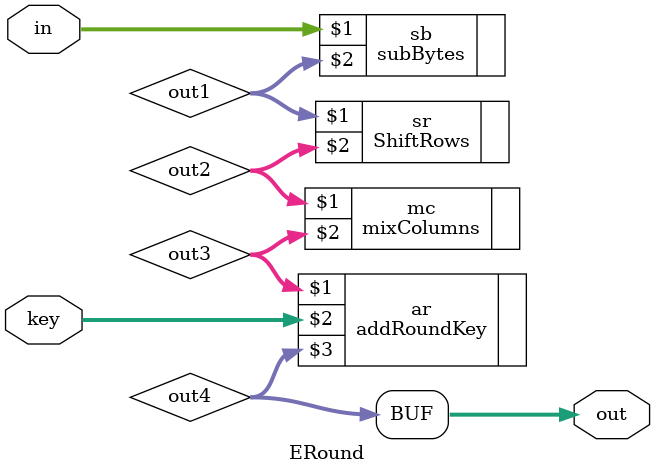
<source format=v>
module ERound(input [127:0]in,input [127:0]key,output [127:0]out);

wire [127:0]out1;
wire [127:0]out2;
wire [127:0]out3;
wire [127:0]out4;
  
  subBytes sb(in,out1); 
  ShiftRows sr(out1,out2);
  mixColumns mc(out2,out3);
  addRoundKey ar(out3,key,out4);

assign out = out4;


endmodule


</source>
